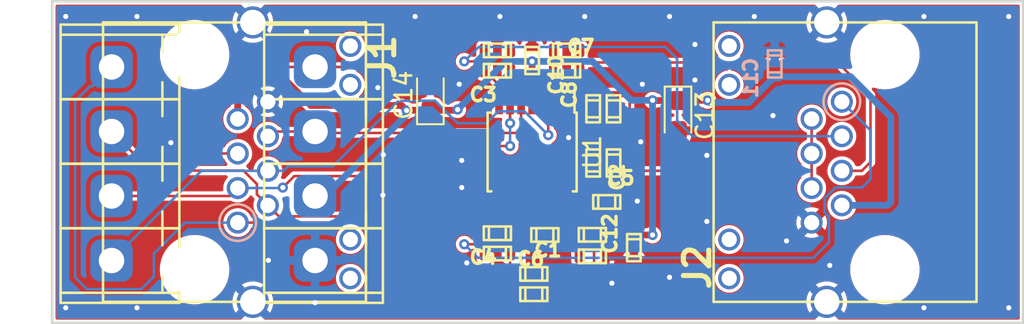
<source format=kicad_pcb>
(kicad_pcb (version 20211014) (generator pcbnew)
  (layers (0 "F.Cu" signal) (31 "B.Cu" signal) (34 "B.Paste" user) (35 "F.Paste" user) (36 "B.SilkS" user "B.Silkscreen") (37 "F.SilkS" user "F.Silkscreen") (38 "B.Mask" user) (39 "F.Mask" user) (44 "Edge.Cuts" user))
  (net 0 "")
  (net 1 "Net-(C1-Pad2)")
  (net 2 "Net-(C2-Pad2)")
  (net 3 "Net-(C3-Pad1)")
  (net 4 "Net-(C3-Pad2)")
  (net 5 "Net-(C4-Pad2)")
  (net 6 "Net-(C4-Pad1)")
  (net 7 "GND")
  (net 8 "+5V")
  (net 9 "Net-(C7-Pad2)")
  (net 10 "Net-(C7-Pad1)")
  (net 11 "Net-(C8-Pad2)")
  (net 12 "2.5V")
  (net 13 "Net-(C6-Pad2)")
  (net 14 "Net-(J1-Pad10)")
  (net 15 "Net-(J1-Pad9)")
  (net 16 "Net-(J1-Pad12)")
  (net 17 "Net-(J1-Pad11)")
  (net 18 "Net-(J2-Pad10)")
  (net 19 "Net-(J2-Pad9)")
  (net 20 "Net-(J2-Pad12)")
  (net 21 "Net-(J2-Pad11)")
  (footprint "stmbl-kicad-lib:C_0603" (layer "F.Cu") (at 146.9 77.05 90)
    (fp_text reference "C2" (at -0.834 1.416 90) (layer "F.SilkS") (effects (font (size 0.8 0.8) (thickness 0.2))))
    (fp_text value "27p")
    (fp_line (start -0.8 -0.4) (end -0.8 0.4) (layer "F.SilkS") (width 0.15))
    (fp_line (start -0.8 0.4) (end 0.8 0.4) (layer "F.SilkS") (width 0.15))
    (fp_line (start -0.5 -0.4) (end -0.5 0.4) (layer "F.SilkS") (width 0.15))
    (fp_line (start 0.8 -0.4) (end -0.8 -0.4) (layer "F.SilkS") (width 0.15))
    (fp_line (start 0.5 -0.4) (end 0.5 0.4) (layer "F.SilkS") (width 0.15))
    (fp_line (start 0.8 0.4) (end 0.8 -0.4) (layer "F.SilkS") (width 0.15))
    (pad "1" smd roundrect locked (at -0.75 0 90) (size 0.59 0.8) (layers "F.Cu" "F.Paste" "F.Mask") (net 12 "2.5V"))
    (pad "2" smd roundrect locked (at 0.75 0 90) (size 0.59 0.8) (layers "F.Cu" "F.Paste" "F.Mask") (net 2 "Net-(C2-Pad2)"))
  )
  (footprint "stmbl-kicad-lib:C_0603" (layer "F.Cu") (at 141.25 81.2)
    (fp_text reference "C4" (at -0.834 1.416) (layer "F.SilkS") (effects (font (size 0.8 0.8) (thickness 0.2))))
    (fp_text value "27p")
    (fp_line (start 0.8 0.4) (end 0.8 -0.4) (layer "F.SilkS") (width 0.15))
    (fp_line (start -0.5 -0.4) (end -0.5 0.4) (layer "F.SilkS") (width 0.15))
    (fp_line (start 0.5 -0.4) (end 0.5 0.4) (layer "F.SilkS") (width 0.15))
    (fp_line (start -0.8 0.4) (end 0.8 0.4) (layer "F.SilkS") (width 0.15))
    (fp_line (start -0.8 -0.4) (end -0.8 0.4) (layer "F.SilkS") (width 0.15))
    (fp_line (start 0.8 -0.4) (end -0.8 -0.4) (layer "F.SilkS") (width 0.15))
    (pad "1" smd roundrect locked (at -0.75 0) (size 0.59 0.8) (layers "F.Cu" "F.Paste" "F.Mask") (net 6 "Net-(C4-Pad1)"))
    (pad "2" smd roundrect locked (at 0.75 0) (size 0.59 0.8) (layers "F.Cu" "F.Paste" "F.Mask") (net 5 "Net-(C4-Pad2)"))
  )
  (footprint "stmbl-kicad-lib:C_0603" (layer "F.Cu") (at 144.05 81.3)
    (fp_text reference "C6" (at -0.834 1.416) (layer "F.SilkS") (effects (font (size 0.8 0.8) (thickness 0.2))))
    (fp_text value "100n")
    (fp_line (start -0.8 -0.4) (end -0.8 0.4) (layer "F.SilkS") (width 0.15))
    (fp_line (start -0.5 -0.4) (end -0.5 0.4) (layer "F.SilkS") (width 0.15))
    (fp_line (start 0.5 -0.4) (end 0.5 0.4) (layer "F.SilkS") (width 0.15))
    (fp_line (start -0.8 0.4) (end 0.8 0.4) (layer "F.SilkS") (width 0.15))
    (fp_line (start 0.8 0.4) (end 0.8 -0.4) (layer "F.SilkS") (width 0.15))
    (fp_line (start 0.8 -0.4) (end -0.8 -0.4) (layer "F.SilkS") (width 0.15))
    (pad "1" smd roundrect locked (at -0.75 0) (size 0.59 0.8) (layers "F.Cu" "F.Paste" "F.Mask") (net 7 "GND"))
    (pad "2" smd roundrect locked (at 0.75 0) (size 0.59 0.8) (layers "F.Cu" "F.Paste" "F.Mask") (net 13 "Net-(C6-Pad2)"))
  )
  (footprint "stmbl-kicad-lib:R_0603" (layer "F.Cu") (at 143.4 84.8 180)
    (fp_text reference "R1" hide)
    (fp_text value "100k")
    (fp_line (start 0.8 0.4) (end 0.8 -0.4) (layer "F.SilkS") (width 0.15))
    (fp_line (start 0.8 -0.4) (end -0.8 -0.4) (layer "F.SilkS") (width 0.15))
    (fp_line (start -0.8 0.4) (end 0.8 0.4) (layer "F.SilkS") (width 0.15))
    (fp_line (start -0.5 -0.4) (end -0.5 0.4) (layer "F.SilkS") (width 0.15))
    (fp_line (start -0.8 -0.4) (end -0.8 0.4) (layer "F.SilkS") (width 0.15))
    (fp_line (start 0.5 -0.4) (end 0.5 0.4) (layer "F.SilkS") (width 0.15))
    (pad "1" smd roundrect locked (at -0.75 0 180) (size 0.59 0.8) (layers "F.Cu" "F.Paste" "F.Mask") (net 12 "2.5V"))
    (pad "2" smd roundrect locked (at 0.75 0 180) (size 0.59 0.8) (layers "F.Cu" "F.Paste" "F.Mask") (net 1 "Net-(C1-Pad2)"))
  )
  (footprint "stmbl-kicad-lib:R_0603" (layer "F.Cu") (at 148.1 77.05 90)
    (fp_text reference "R2" hide)
    (fp_text value "100k")
    (fp_line (start -0.8 -0.4) (end -0.8 0.4) (layer "F.SilkS") (width 0.15))
    (fp_line (start 0.5 -0.4) (end 0.5 0.4) (layer "F.SilkS") (width 0.15))
    (fp_line (start 0.8 0.4) (end 0.8 -0.4) (layer "F.SilkS") (width 0.15))
    (fp_line (start -0.8 0.4) (end 0.8 0.4) (layer "F.SilkS") (width 0.15))
    (fp_line (start -0.5 -0.4) (end -0.5 0.4) (layer "F.SilkS") (width 0.15))
    (fp_line (start 0.8 -0.4) (end -0.8 -0.4) (layer "F.SilkS") (width 0.15))
    (pad "1" smd roundrect locked (at -0.75 0 90) (size 0.59 0.8) (layers "F.Cu" "F.Paste" "F.Mask") (net 12 "2.5V"))
    (pad "2" smd roundrect locked (at 0.75 0 90) (size 0.59 0.8) (layers "F.Cu" "F.Paste" "F.Mask") (net 2 "Net-(C2-Pad2)"))
  )
  (footprint "stmbl-kicad-lib:R_0603" (layer "F.Cu") (at 141.25 82.4)
    (fp_text reference "R3" hide)
    (fp_text value "100k")
    (fp_line (start -0.5 -0.4) (end -0.5 0.4) (layer "F.SilkS") (width 0.15))
    (fp_line (start 0.5 -0.4) (end 0.5 0.4) (layer "F.SilkS") (width 0.15))
    (fp_line (start 0.8 0.4) (end 0.8 -0.4) (layer "F.SilkS") (width 0.15))
    (fp_line (start -0.8 0.4) (end 0.8 0.4) (layer "F.SilkS") (width 0.15))
    (fp_line (start 0.8 -0.4) (end -0.8 -0.4) (layer "F.SilkS") (width 0.15))
    (fp_line (start -0.8 -0.4) (end -0.8 0.4) (layer "F.SilkS") (width 0.15))
    (pad "1" smd roundrect locked (at -0.75 0) (size 0.59 0.8) (layers "F.Cu" "F.Paste" "F.Mask") (net 6 "Net-(C4-Pad1)"))
    (pad "2" smd roundrect locked (at 0.75 0) (size 0.59 0.8) (layers "F.Cu" "F.Paste" "F.Mask") (net 5 "Net-(C4-Pad2)"))
  )
  (footprint "stmbl-kicad-lib:R_0603" (layer "F.Cu") (at 146.85 81.292)
    (fp_text reference "R7" hide)
    (fp_text value "120")
    (fp_line (start 0.8 0.4) (end 0.8 -0.4) (layer "F.SilkS") (width 0.15))
    (fp_line (start 0.5 -0.4) (end 0.5 0.4) (layer "F.SilkS") (width 0.15))
    (fp_line (start 0.8 -0.4) (end -0.8 -0.4) (layer "F.SilkS") (width 0.15))
    (fp_line (start -0.5 -0.4) (end -0.5 0.4) (layer "F.SilkS") (width 0.15))
    (fp_line (start -0.8 0.4) (end 0.8 0.4) (layer "F.SilkS") (width 0.15))
    (fp_line (start -0.8 -0.4) (end -0.8 0.4) (layer "F.SilkS") (width 0.15))
    (pad "1" smd roundrect locked (at -0.75 0) (size 0.59 0.8) (layers "F.Cu" "F.Paste" "F.Mask") (net 13 "Net-(C6-Pad2)"))
    (pad "2" smd roundrect locked (at 0.75 0) (size 0.59 0.8) (layers "F.Cu" "F.Paste" "F.Mask") (net 8 "+5V"))
  )
  (footprint "stmbl-kicad-lib:R_0603" (layer "F.Cu") (at 146.85 82.562 180)
    (fp_text reference "R8" hide)
    (fp_text value "120")
    (fp_line (start 0.8 -0.4) (end -0.8 -0.4) (layer "F.SilkS") (width 0.15))
    (fp_line (start -0.5 -0.4) (end -0.5 0.4) (layer "F.SilkS") (width 0.15))
    (fp_line (start -0.8 -0.4) (end -0.8 0.4) (layer "F.SilkS") (width 0.15))
    (fp_line (start 0.8 0.4) (end 0.8 -0.4) (layer "F.SilkS") (width 0.15))
    (fp_line (start 0.5 -0.4) (end 0.5 0.4) (layer "F.SilkS") (width 0.15))
    (fp_line (start -0.8 0.4) (end 0.8 0.4) (layer "F.SilkS") (width 0.15))
    (pad "1" smd roundrect locked (at -0.75 0 180) (size 0.59 0.8) (layers "F.Cu" "F.Paste" "F.Mask") (net 7 "GND"))
    (pad "2" smd roundrect locked (at 0.75 0 180) (size 0.59 0.8) (layers "F.Cu" "F.Paste" "F.Mask") (net 13 "Net-(C6-Pad2)"))
  )
  (footprint "stmbl:RM3.81_1x4_UP" (layer "F.Cu") (at 118.5 71.38 -90)
    (fp_text reference "J3" hide)
    (fp_text value "CONN_01X04" hide)
    (fp_line (start 13.93 -4) (end -2.5 -4) (layer "F.SilkS") (width 0.15))
    (fp_line (start -2.5 3) (end 13.93 3) (layer "F.SilkS") (width 0.15))
    (fp_line (start 5.715 3) (end 5.715 -4) (layer "F.SilkS") (width 0.15))
    (fp_line (start 9.525 -3) (end 10.525 -3) (layer "F.SilkS") (width 0.15))
    (fp_line (start 1.905 3) (end 1.905 -4) (layer "F.SilkS") (width 0.15))
    (fp_line (start 9.525 3) (end 9.525 -4) (layer "F.SilkS") (width 0.15))
    (fp_line (start 1.905 -3) (end 0.905 -3) (layer "F.SilkS") (width 0.15))
    (fp_line (start 9.525 3) (end 9.525 -4) (layer "F.SilkS") (width 0.15))
    (fp_line (start 5.715 -3) (end 6.715 -3) (layer "F.SilkS") (width 0.15))
    (fp_line (start 1.905 -3) (end 2.905 -3) (layer "F.SilkS") (width 0.15))
    (fp_line (start 9.525 -3) (end 8.525 -3) (layer "F.SilkS") (width 0.15))
    (fp_line (start 13.335 -3) (end 12.335 -3) (layer "F.SilkS") (width 0.15))
    (fp_line (start -2.5 -4) (end -2.5 3) (layer "F.SilkS") (width 0.15))
    (fp_line (start 5.715 -3) (end 4.715 -3) (layer "F.SilkS") (width 0.15))
    (fp_line (start 13.93 3) (end 13.93 -4) (layer "F.SilkS") (width 0.15))
    (fp_line (start 13.335 3) (end 13.335 -4) (layer "F.SilkS") (width 0.15))
    (fp_line (start 1.905 3) (end 1.905 -4) (layer "F.SilkS") (width 0.15))
    (fp_line (start -1.905 3) (end -1.905 -4) (layer "F.SilkS") (width 0.15))
    (fp_line (start -1.905 -3) (end -0.905 -3) (layer "F.SilkS") (width 0.15))
    (fp_line (start 5.715 3) (end 5.715 -4) (layer "F.SilkS") (width 0.15))
    (pad "1" thru_hole circle locked (at 0 0 270) (size 1.8 1.8) (drill 1.5) (layers *.Cu *.Mask) (net 5 "Net-(C4-Pad2)"))
    (pad "1" smd roundrect locked (at 0 0 270) (size 2.5 2.5) (layers "B.Cu" "B.Mask") (net 5 "Net-(C4-Pad2)"))
    (pad "2" thru_hole circle locked (at 3.81 0 270) (size 1.8 1.8) (drill 1.5) (layers *.Cu *.Mask) (net 1 "Net-(C1-Pad2)"))
    (pad "2" smd roundrect locked (at 3.81 0 270) (size 2.5 2.5) (layers "B.Cu" "B.Mask") (net 1 "Net-(C1-Pad2)"))
    (pad "3" thru_hole circle locked (at 7.62 0 270) (size 1.8 1.8) (drill 1.5) (layers *.Cu *.Mask) (net 4 "Net-(C3-Pad2)"))
    (pad "3" smd roundrect locked (at 7.62 0 270) (size 2.5 2.5) (layers "B.Cu" "B.Mask") (net 4 "Net-(C3-Pad2)"))
    (pad "4" thru_hole circle locked (at 11.43 0 270) (size 1.8 1.8) (drill 1.5) (layers *.Cu *.Mask) (net 11 "Net-(C8-Pad2)"))
    (pad "4" smd roundrect locked (at 11.43 0 270) (size 2.5 2.5) (layers "B.Cu" "B.Mask") (net 11 "Net-(C8-Pad2)"))
  )
  (footprint "stmbl-kicad-lib:R_0603" (layer "F.Cu") (at 148.1 73.85 -90)
    (fp_text reference "R9" hide)
    (fp_text value "100k")
    (fp_line (start -0.8 -0.4) (end -0.8 0.4) (layer "F.SilkS") (width 0.15))
    (fp_line (start 0.5 -0.4) (end 0.5 0.4) (layer "F.SilkS") (width 0.15))
    (fp_line (start 0.8 -0.4) (end -0.8 -0.4) (layer "F.SilkS") (width 0.15))
    (fp_line (start -0.5 -0.4) (end -0.5 0.4) (layer "F.SilkS") (width 0.15))
    (fp_line (start 0.8 0.4) (end 0.8 -0.4) (layer "F.SilkS") (width 0.15))
    (fp_line (start -0.8 0.4) (end 0.8 0.4) (layer "F.SilkS") (width 0.15))
    (pad "1" smd roundrect locked (at -0.75 0 270) (size 0.59 0.8) (layers "F.Cu" "F.Paste" "F.Mask") (net 12 "2.5V"))
    (pad "2" smd roundrect locked (at 0.75 0 270) (size 0.59 0.8) (layers "F.Cu" "F.Paste" "F.Mask") (net 11 "Net-(C8-Pad2)"))
  )
  (footprint "stmbl-kicad-lib:R_0603" (layer "F.Cu") (at 145.3365 70.4 180)
    (fp_text reference "R10" hide)
    (fp_text value "100k")
    (fp_line (start -0.8 0.4) (end 0.8 0.4) (layer "F.SilkS") (width 0.15))
    (fp_line (start -0.5 -0.4) (end -0.5 0.4) (layer "F.SilkS") (width 0.15))
    (fp_line (start 0.5 -0.4) (end 0.5 0.4) (layer "F.SilkS") (width 0.15))
    (fp_line (start 0.8 0.4) (end 0.8 -0.4) (layer "F.SilkS") (width 0.15))
    (fp_line (start 0.8 -0.4) (end -0.8 -0.4) (layer "F.SilkS") (width 0.15))
    (fp_line (start -0.8 -0.4) (end -0.8 0.4) (layer "F.SilkS") (width 0.15))
    (pad "1" smd roundrect locked (at -0.75 0 180) (size 0.59 0.8) (layers "F.Cu" "F.Paste" "F.Mask") (net 10 "Net-(C7-Pad1)"))
    (pad "2" smd roundrect locked (at 0.75 0 180) (size 0.59 0.8) (layers "F.Cu" "F.Paste" "F.Mask") (net 9 "Net-(C7-Pad2)"))
  )
  (footprint "stmbl-kicad-lib:C_0603" (layer "F.Cu") (at 146.9 73.85 -90)
    (fp_text reference "C8" (at -0.834 1.416 -90) (layer "F.SilkS") (effects (font (size 0.8 0.8) (thickness 0.2))))
    (fp_text value "27p")
    (fp_line (start -0.5 -0.4) (end -0.5 0.4) (layer "F.SilkS") (width 0.15))
    (fp_line (start -0.8 0.4) (end 0.8 0.4) (layer "F.SilkS") (width 0.15))
    (fp_line (start 0.8 -0.4) (end -0.8 -0.4) (layer "F.SilkS") (width 0.15))
    (fp_line (start -0.8 -0.4) (end -0.8 0.4) (layer "F.SilkS") (width 0.15))
    (fp_line (start 0.8 0.4) (end 0.8 -0.4) (layer "F.SilkS") (width 0.15))
    (fp_line (start 0.5 -0.4) (end 0.5 0.4) (layer "F.SilkS") (width 0.15))
    (pad "1" smd roundrect locked (at -0.75 0 270) (size 0.59 0.8) (layers "F.Cu" "F.Paste" "F.Mask") (net 12 "2.5V"))
    (pad "2" smd roundrect locked (at 0.75 0 270) (size 0.59 0.8) (layers "F.Cu" "F.Paste" "F.Mask") (net 11 "Net-(C8-Pad2)"))
  )
  (footprint "stmbl-kicad-lib:C_0603" (layer "F.Cu") (at 143.3 71 90)
    (fp_text reference "C10" (at -0.834 1.416 90) (layer "F.SilkS") (effects (font (size 0.8 0.8) (thickness 0.2))))
    (fp_text value "C")
    (fp_line (start -0.5 -0.4) (end -0.5 0.4) (layer "F.SilkS") (width 0.15))
    (fp_line (start -0.8 0.4) (end 0.8 0.4) (layer "F.SilkS") (width 0.15))
    (fp_line (start 0.5 -0.4) (end 0.5 0.4) (layer "F.SilkS") (width 0.15))
    (fp_line (start 0.8 -0.4) (end -0.8 -0.4) (layer "F.SilkS") (width 0.15))
    (fp_line (start -0.8 -0.4) (end -0.8 0.4) (layer "F.SilkS") (width 0.15))
    (fp_line (start 0.8 0.4) (end 0.8 -0.4) (layer "F.SilkS") (width 0.15))
    (pad "1" smd roundrect locked (at -0.75 0 90) (size 0.59 0.8) (layers "F.Cu" "F.Paste" "F.Mask") (net 8 "+5V"))
    (pad "2" smd roundrect locked (at 0.75 0 90) (size 0.59 0.8) (layers "F.Cu" "F.Paste" "F.Mask") (net 7 "GND"))
  )
  (footprint "stmbl-kicad-lib:C_0603" (layer "F.Cu") (at 149.3 82.05 -90)
    (fp_text reference "C12" (at -0.834 1.416 -90) (layer "F.SilkS") (effects (font (size 0.8 0.8) (thickness 0.2))))
    (fp_text value "C")
    (fp_line (start 0.5 -0.4) (end 0.5 0.4) (layer "F.SilkS") (width 0.15))
    (fp_line (start -0.8 0.4) (end 0.8 0.4) (layer "F.SilkS") (width 0.15))
    (fp_line (start 0.8 0.4) (end 0.8 -0.4) (layer "F.SilkS") (width 0.15))
    (fp_line (start 0.8 -0.4) (end -0.8 -0.4) (layer "F.SilkS") (width 0.15))
    (fp_line (start -0.5 -0.4) (end -0.5 0.4) (layer "F.SilkS") (width 0.15))
    (fp_line (start -0.8 -0.4) (end -0.8 0.4) (layer "F.SilkS") (width 0.15))
    (pad "1" smd roundrect locked (at -0.75 0 270) (size 0.59 0.8) (layers "F.Cu" "F.Paste" "F.Mask") (net 8 "+5V"))
    (pad "2" smd roundrect locked (at 0.75 0 270) (size 0.59 0.8) (layers "F.Cu" "F.Paste" "F.Mask") (net 7 "GND"))
  )
  (footprint "Capacitor_Tantalum_SMD:CP_EIA-2012-15_AVX-P" (layer "F.Cu") (at 151.9 74.25 -90)
    (fp_text reference "C13" (at 0 -1.58 -90) (layer "F.SilkS"))
    (fp_text value "CP")
    (fp_line (start 1 -0.785) (end -1.71 -0.785) (layer "F.SilkS") (width 0.12))
    (fp_line (start -1.71 -0.785) (end -1.71 0.785) (layer "F.SilkS") (width 0.12))
    (fp_line (start -1.71 0.785) (end 1 0.785) (layer "F.SilkS") (width 0.12))
    (pad "1" smd roundrect locked (at -0.8875 0 270) (size 1.125 1.05) (layers "F.Cu" "F.Paste" "F.Mask") (roundrect_rratio 0.238095) (net 8 "+5V"))
    (pad "2" smd roundrect locked (at 0.8875 0 270) (size 1.125 1.05) (layers "F.Cu" "F.Paste" "F.Mask") (roundrect_rratio 0.238095) (net 7 "GND"))
  )
  (footprint "Capacitor_Tantalum_SMD:CP_EIA-2012-15_AVX-P" (layer "F.Cu") (at 137.3 73.05 90)
    (fp_text reference "C14" (at 0 -1.58 90) (layer "F.SilkS"))
    (fp_text value "CP")
    (fp_line (start -1.71 0.785) (end 1 0.785) (layer "F.SilkS") (width 0.12))
    (fp_line (start 1 -0.785) (end -1.71 -0.785) (layer "F.SilkS") (width 0.12))
    (fp_line (start -1.71 -0.785) (end -1.71 0.785) (layer "F.SilkS") (width 0.12))
    (pad "1" smd roundrect locked (at -0.8875 0 90) (size 1.125 1.05) (layers "F.Cu" "F.Paste" "F.Mask") (roundrect_rratio 0.238095) (net 8 "+5V"))
    (pad "2" smd roundrect locked (at 0.8875 0 90) (size 1.125 1.05) (layers "F.Cu" "F.Paste" "F.Mask") (roundrect_rratio 0.238095) (net 7 "GND"))
  )
  (footprint "stmbl-kicad-lib:C_0603" (layer "F.Cu") (at 147.7 79.35 180)
    (fp_text reference "C5" (at -0.834 1.416 180) (layer "F.SilkS") (effects (font (size 0.8 0.8) (thickness 0.2))))
    (fp_text value "100n")
    (fp_line (start 0.8 -0.4) (end -0.8 -0.4) (layer "F.SilkS") (width 0.15))
    (fp_line (start 0.5 -0.4) (end 0.5 0.4) (layer "F.SilkS") (width 0.15))
    (fp_line (start 0.8 0.4) (end 0.8 -0.4) (layer "F.SilkS") (width 0.15))
    (fp_line (start -0.8 0.4) (end 0.8 0.4) (layer "F.SilkS") (width 0.15))
    (fp_line (start -0.8 -0.4) (end -0.8 0.4) (layer "F.SilkS") (width 0.15))
    (fp_line (start -0.5 -0.4) (end -0.5 0.4) (layer "F.SilkS") (width 0.15))
    (pad "1" smd roundrect locked (at -0.75 0 180) (size 0.59 0.8) (layers "F.Cu" "F.Paste" "F.Mask") (net 7 "GND"))
    (pad "2" smd roundrect locked (at 0.75 0 180) (size 0.59 0.8) (layers "F.Cu" "F.Paste" "F.Mask") (net 12 "2.5V"))
  )
  (footprint "stmbl-kicad-lib:C_0603" (layer "F.Cu") (at 141.25 71.6)
    (fp_text reference "C3" (at -0.834 1.416) (layer "F.SilkS") (effects (font (size 0.8 0.8) (thickness 0.2))))
    (fp_text value "27p")
    (fp_line (start -0.5 -0.4) (end -0.5 0.4) (layer "F.SilkS") (width 0.15))
    (fp_line (start -0.8 -0.4) (end -0.8 0.4) (layer "F.SilkS") (width 0.15))
    (fp_line (start 0.5 -0.4) (end 0.5 0.4) (layer "F.SilkS") (width 0.15))
    (fp_line (start 0.8 -0.4) (end -0.8 -0.4) (layer "F.SilkS") (width 0.15))
    (fp_line (start -0.8 0.4) (end 0.8 0.4) (layer "F.SilkS") (width 0.15))
    (fp_line (start 0.8 0.4) (end 0.8 -0.4) (layer "F.SilkS") (width 0.15))
    (pad "1" smd roundrect locked (at -0.75 0) (size 0.59 0.8) (layers "F.Cu" "F.Paste" "F.Mask") (net 3 "Net-(C3-Pad1)"))
    (pad "2" smd roundrect locked (at 0.75 0) (size 0.59 0.8) (layers "F.Cu" "F.Paste" "F.Mask") (net 4 "Net-(C3-Pad2)"))
  )
  (footprint "stmbl-kicad-lib:R_0603" (layer "F.Cu") (at 141.25 70.4)
    (fp_text reference "R4" hide)
    (fp_text value "100k")
    (fp_line (start 0.8 -0.4) (end -0.8 -0.4) (layer "F.SilkS") (width 0.15))
    (fp_line (start -0.8 0.4) (end 0.8 0.4) (layer "F.SilkS") (width 0.15))
    (fp_line (start -0.8 -0.4) (end -0.8 0.4) (layer "F.SilkS") (width 0.15))
    (fp_line (start 0.5 -0.4) (end 0.5 0.4) (layer "F.SilkS") (width 0.15))
    (fp_line (start 0.8 0.4) (end 0.8 -0.4) (layer "F.SilkS") (width 0.15))
    (fp_line (start -0.5 -0.4) (end -0.5 0.4) (layer "F.SilkS") (width 0.15))
    (pad "1" smd roundrect locked (at -0.75 0) (size 0.59 0.8) (layers "F.Cu" "F.Paste" "F.Mask") (net 3 "Net-(C3-Pad1)"))
    (pad "2" smd roundrect locked (at 0.75 0) (size 0.59 0.8) (layers "F.Cu" "F.Paste" "F.Mask") (net 4 "Net-(C3-Pad2)"))
  )
  (footprint "stmbl-kicad-lib:C_0603" (layer "F.Cu") (at 145.3365 71.6 180)
    (fp_text reference "C7" (at -0.834 1.416 180) (layer "F.SilkS") (effects (font (size 0.8 0.8) (thickness 0.2))))
    (fp_text value "27p")
    (fp_line (start -0.5 -0.4) (end -0.5 0.4) (layer "F.SilkS") (width 0.15))
    (fp_line (start -0.8 0.4) (end 0.8 0.4) (layer "F.SilkS") (width 0.15))
    (fp_line (start -0.8 -0.4) (end -0.8 0.4) (layer "F.SilkS") (width 0.15))
    (fp_line (start 0.5 -0.4) (end 0.5 0.4) (layer "F.SilkS") (width 0.15))
    (fp_line (start 0.8 0.4) (end 0.8 -0.4) (layer "F.SilkS") (width 0.15))
    (fp_line (start 0.8 -0.4) (end -0.8 -0.4) (layer "F.SilkS") (width 0.15))
    (pad "1" smd roundrect locked (at -0.75 0 180) (size 0.59 0.8) (layers "F.Cu" "F.Paste" "F.Mask") (net 10 "Net-(C7-Pad1)"))
    (pad "2" smd roundrect locked (at 0.75 0 180) (size 0.59 0.8) (layers "F.Cu" "F.Paste" "F.Mask") (net 9 "Net-(C7-Pad2)"))
  )
  (footprint "stmbl:RJ45_LED" (layer "F.Cu") (at 118 77 90)
    (fp_text reference "J1" (at 6.194 16.462 90) (layer "F.SilkS") (effects (font (size 1.5 1.5) (thickness 0.3))))
    (fp_text value "RJ45_LED")
    (fp_circle (center -3.57 7.94) (end -3.556 6.858) (layer "B.SilkS") (width 0.15) (fill none))
    (fp_line (start 8.25 15.5) (end 8.25 0) (layer "F.SilkS") (width 0.15))
    (fp_line (start 8.25 0) (end -8.25 0) (layer "F.SilkS") (width 0.15))
    (fp_line (start -8.25 0) (end -8.25 15.5) (layer "F.SilkS") (width 0.15))
    (fp_line (start -8.25 15.5) (end 8.25 15.5) (layer "F.SilkS") (width 0.15))
    (pad "" np_thru_hole circle locked (at 6.35 5.4 90) (size 3.1 3.1) (drill 3.1) (layers *.Cu *.Mask) (clearance 0.5))
    (pad "" np_thru_hole circle locked (at -6.35 5.4 90) (size 3.1 3.1) (drill 3.1) (layers *.Cu *.Mask) (clearance 0.5))
    (pad "1" thru_hole circle locked (at -3.57 7.94 90) (size 1.3 1.3) (drill 0.9) (layers *.Cu *.Mask) (net 5 "Net-(C4-Pad2)"))
    (pad "2" thru_hole circle locked (at -2.55 9.72 90) (size 1.3 1.3) (drill 0.9) (layers *.Cu *.Mask) (net 1 "Net-(C1-Pad2)"))
    (pad "3" thru_hole circle locked (at -1.53 7.94 90) (size 1.3 1.3) (drill 0.9) (layers *.Cu *.Mask) (net 4 "Net-(C3-Pad2)"))
    (pad "4" thru_hole circle locked (at -0.51 9.72 90) (size 1.3 1.3) (drill 0.9) (layers *.Cu *.Mask) (net 11 "Net-(C8-Pad2)"))
    (pad "5" thru_hole circle locked (at 0.51 7.94 90) (size 1.3 1.3) (drill 0.9) (layers *.Cu *.Mask) (net 9 "Net-(C7-Pad2)"))
    (pad "6" thru_hole circle locked (at 1.53 9.72 90) (size 1.3 1.3) (drill 0.9) (layers *.Cu *.Mask) (net 2 "Net-(C2-Pad2)"))
    (pad "7" thru_hole circle locked (at 2.55 7.94 90) (size 1.3 1.3) (drill 0.9) (layers *.Cu *.Mask) (net 8 "+5V"))
    (pad "8" thru_hole circle locked (at 3.57 9.72 90) (size 1.3 1.3) (drill 0.9) (layers *.Cu *.Mask) (net 7 "GND"))
    (pad "9" thru_hole circle locked (at 4.57 14.58 90) (size 1.3 1.3) (drill 0.9) (layers *.Cu *.Mask) (net 15 "Net-(J1-Pad9)"))
    (pad "10" thru_hole circle locked (at 6.86 14.58 90) (size 1.3 1.3) (drill 0.9) (layers *.Cu *.Mask) (net 14 "Net-(J1-Pad10)"))
    (pad "11" thru_hole circle locked (at -6.86 14.58 90) (size 1.3 1.3) (drill 0.9) (layers *.Cu *.Mask) (net 17 "Net-(J1-Pad11)"))
    (pad "12" thru_hole circle locked (at -4.57 14.58 90) (size 1.3 1.3) (drill 0.9) (layers *.Cu *.Mask) (net 16 "Net-(J1-Pad12)"))
    (pad "13" thru_hole circle locked (at -8.25 8.83 90) (size 1.9 1.9) (drill 1.5) (layers *.Cu *.Mask) (net 7 "GND"))
    (pad "13" thru_hole circle locked (at 8.25 8.83 90) (size 1.9 1.9) (drill 1.5) (layers *.Cu *.Mask) (net 7 "GND"))
  )
  (footprint "stmbl:RJ45_LED" (layer "F.Cu") (at 169.5 77 -90)
    (fp_text reference "J2" (at 6.194 16.462 -90) (layer "F.SilkS") (effects (font (size 1.5 1.5) (thickness 0.3))))
    (fp_text value "RJ45_LED")
    (fp_circle (center -3.57 7.94) (end -3.556 6.858) (layer "B.SilkS") (width 0.15) (fill none))
    (fp_line (start 8.25 15.5) (end 8.25 0) (layer "F.SilkS") (width 0.15))
    (fp_line (start -8.25 0) (end -8.25 15.5) (layer "F.SilkS") (width 0.15))
    (fp_line (start -8.25 15.5) (end 8.25 15.5) (layer "F.SilkS") (width 0.15))
    (fp_line (start 8.25 0) (end -8.25 0) (layer "F.SilkS") (width 0.15))
    (pad "" np_thru_hole circle locked (at 6.35 5.4 270) (size 3.1 3.1) (drill 3.1) (layers *.Cu *.Mask) (clearance 0.5))
    (pad "" np_thru_hole circle locked (at -6.35 5.4 270) (size 3.1 3.1) (drill 3.1) (layers *.Cu *.Mask) (clearance 0.5))
    (pad "1" thru_hole circle locked (at -3.57 7.94 270) (size 1.3 1.3) (drill 0.9) (layers *.Cu *.Mask) (net 6 "Net-(C4-Pad1)"))
    (pad "2" thru_hole circle locked (at -2.55 9.72 270) (size 1.3 1.3) (drill 0.9) (layers *.Cu *.Mask) (net 12 "2.5V"))
    (pad "3" thru_hole circle locked (at -1.53 7.94 270) (size 1.3 1.3) (drill 0.9) (layers *.Cu *.Mask) (net 3 "Net-(C3-Pad1)"))
    (pad "4" thru_hole circle locked (at -0.51 9.72 270) (size 1.3 1.3) (drill 0.9) (layers *.Cu *.Mask) (net 12 "2.5V"))
    (pad "5" thru_hole circle locked (at 0.51 7.94 270) (size 1.3 1.3) (drill 0.9) (layers *.Cu *.Mask) (net 10 "Net-(C7-Pad1)"))
    (pad "6" thru_hole circle locked (at 1.53 9.72 270) (size 1.3 1.3) (drill 0.9) (layers *.Cu *.Mask) (net 12 "2.5V"))
    (pad "7" thru_hole circle locked (at 2.55 7.94 270) (size 1.3 1.3) (drill 0.9) (layers *.Cu *.Mask) (net 8 "+5V"))
    (pad "8" thru_hole circle locked (at 3.57 9.72 270) (size 1.3 1.3) (drill 0.9) (layers *.Cu *.Mask) (net 7 "GND"))
    (pad "9" thru_hole circle locked (at 4.57 14.58 270) (size 1.3 1.3) (drill 0.9) (layers *.Cu *.Mask) (net 19 "Net-(J2-Pad9)"))
    (pad "10" thru_hole circle locked (at 6.86 14.58 270) (size 1.3 1.3) (drill 0.9) (layers *.Cu *.Mask) (net 18 "Net-(J2-Pad10)"))
    (pad "11" thru_hole circle locked (at -6.86 14.58 270) (size 1.3 1.3) (drill 0.9) (layers *.Cu *.Mask) (net 21 "Net-(J2-Pad11)"))
    (pad "12" thru_hole circle locked (at -4.57 14.58 270) (size 1.3 1.3) (drill 0.9) (layers *.Cu *.Mask) (net 20 "Net-(J2-Pad12)"))
    (pad "13" thru_hole circle locked (at -8.25 8.83 270) (size 1.9 1.9) (drill 1.5) (layers *.Cu *.Mask) (net 7 "GND"))
    (pad "13" thru_hole circle locked (at 8.25 8.83 270) (size 1.9 1.9) (drill 1.5) (layers *.Cu *.Mask) (net 7 "GND"))
  )
  (footprint "stmbl:RM3.81_1x4_UP" (layer "F.Cu") (at 130.5 71.38 -90)
    (fp_text reference "J4" hide)
    (fp_text value "CONN_01X04" hide)
    (fp_line (start 9.525 3) (end 9.525 -4) (layer "F.SilkS") (width 0.15))
    (fp_line (start 1.905 3) (end 1.905 -4) (layer "F.SilkS") (width 0.15))
    (fp_line (start -1.905 -3) (end -0.905 -3) (layer "F.SilkS") (width 0.15))
    (fp_line (start -2.5 3) (end 13.93 3) (layer "F.SilkS") (width 0.15))
    (fp_line (start 5.715 -3) (end 4.715 -3) (layer "F.SilkS") (width 0.15))
    (fp_line (start 13.93 3) (end 13.93 -4) (layer "F.SilkS") (width 0.15))
    (fp_line (start 13.335 -3) (end 12.335 -3) (layer "F.SilkS") (width 0.15))
    (fp_line (start 1.905 3) (end 1.905 -4) (layer "F.SilkS") (width 0.15))
    (fp_line (start 1.905 -3) (end 2.905 -3) (layer "F.SilkS") (width 0.15))
    (fp_line (start 5.715 3) (end 5.715 -4) (layer "F.SilkS") (width 0.15))
    (fp_line (start 13.93 -4) (end -2.5 -4) (layer "F.SilkS") (width 0.15))
    (fp_line (start 9.525 -3) (end 10.525 -3) (layer "F.SilkS") (width 0.15))
    (fp_line (start -1.905 3) (end -1.905 -4) (layer "F.SilkS") (width 0.15))
    (fp_line (start 13.335 3) (end 13.335 -4) (layer "F.SilkS") (width 0.15))
    (fp_line (start 1.905 -3) (end 0.905 -3) (layer "F.SilkS") (width 0.15))
    (fp_line (start 9.525 -3) (end 8.525 -3) (layer "F.SilkS") (width 0.15))
    (fp_line (start 9.525 3) (end 9.525 -4) (layer "F.SilkS") (width 0.15))
    (fp_line (start 5.715 3) (end 5.715 -4) (layer "F.SilkS") (width 0.15))
    (fp_line (start 5.715 -3) (end 6.715 -3) (layer "F.SilkS") (width 0.15))
    (fp_line (start -2.5 -4) (end -2.5 3) (layer "F.SilkS") (width 0.15))
    (pad "1" thru_hole circle locked (at 0 0 270) (size 1.8 1.8) (drill 1.5) (layers *.Cu *.Mask) (net 9 "Net-(C7-Pad2)"))
    (pad "1" smd roundrect locked (at 0 0 270) (size 2.5 2.5) (layers "B.Cu" "B.Mask") (net 9 "Net-(C7-Pad2)"))
    (pad "2" thru_hole circle locked (at 3.81 0 270) (size 1.8 1.8) (drill 1.5) (layers *.Cu *.Mask) (net 2 "Net-(C2-Pad2)"))
    (pad "2" smd roundrect locked (at 3.81 0 270) (size 2.5 2.5) (layers "B.Cu" "B.Mask") (net 2 "Net-(C2-Pad2)"))
    (pad "3" thru_hole circle locked (at 7.62 0 270) (size 1.8 1.8) (drill 1.5) (layers *.Cu *.Mask) (net 8 "+5V"))
    (pad "3" smd roundrect locked (at 7.62 0 270) (size 2.5 2.5) (layers "B.Cu" "B.Mask") (net 8 "+5V"))
    (pad "4" thru_hole circle locked (at 11.43 0 270) (size 1.8 1.8) (drill 1.5) (layers *.Cu *.Mask) (net 7 "GND"))
    (pad "4" smd roundrect locked (at 11.43 0 270) (size 2.5 2.5) (layers "B.Cu" "B.Mask") (net 7 "GND"))
  )
  (footprint "Housings_SSOP:TSSOP-14_4.4x5mm_Pitch0.65mm" (layer "F.Cu") (at 143.3 76.4 -90)
    (fp_text reference "U1" (at 0 -3.55 -90) (layer "F.SilkS"))
    (fp_text value "OPA4376")
    (fp_line (start 2.325 -2.625) (end 2.325 -2.4) (layer "F.SilkS") (width 0.15))
    (fp_line (start -2.325 2.625) (end 2.325 2.625) (layer "F.SilkS") (width 0.15))
    (fp_line (start -2.325 -2.625) (end -2.325 -2.5) (layer "F.SilkS") (width 0.15))
    (fp_line (start -2.325 -2.625) (end 2.325 -2.625) (layer "F.SilkS") (width 0.15))
    (fp_line (start 2.325 2.625) (end 2.325 2.4) (layer "F.SilkS") (width 0.15))
    (fp_line (start -2.325 2.625) (end -2.325 2.4) (layer "F.SilkS") (width 0.15))
    (fp_line (start -2.325 -2.5) (end -3.675 -2.5) (layer "F.SilkS") (width 0.15))
    (pad "1" smd rect locked (at -2.95 -1.95 270) (size 1.45 0.45) (layers "F.Cu" "F.Paste" "F.Mask") (net 10 "Net-(C7-Pad1)"))
    (pad "2" smd rect locked (at -2.95 -1.3 270) (size 1.45 0.45) (layers "F.Cu" "F.Paste" "F.Mask") (net 9 "Net-(C7-Pad2)"))
    (pad "3" smd rect locked (at -2.95 -0.65 270) (size 1.45 0.45) (layers "F.Cu" "F.Paste" "F.Mask") (net 11 "Net-(C8-Pad2)"))
    (pad "4" smd rect locked (at -2.95 0 270) (size 1.45 0.45) (layers "F.Cu" "F.Paste" "F.Mask") (net 8 "+5V"))
    (pad "5" smd rect locked (at -2.95 0.65 270) (size 1.45 0.45) (layers "F.Cu" "F.Paste" "F.Mask") (net 2 "Net-(C2-Pad2)"))
    (pad "6" smd rect locked (at -2.95 1.3 270) (size 1.45 0.45) (layers "F.Cu" "F.Paste" "F.Mask") (net 4 "Net-(C3-Pad2)"))
    (pad "7" smd rect locked (at -2.95 1.95 270) (size 1.45 0.45) (layers "F.Cu" "F.Paste" "F.Mask") (net 3 "Net-(C3-Pad1)"))
    (pad "8" smd rect locked (at 2.95 1.95 270) (size 1.45 0.45) (layers "F.Cu" "F.Paste" "F.Mask") (net 6 "Net-(C4-Pad1)"))
    (pad "9" smd rect locked (at 2.95 1.3 270) (size 1.45 0.45) (layers "F.Cu" "F.Paste" "F.Mask") (net 5 "Net-(C4-Pad2)"))
    (pad "10" smd rect locked (at 2.95 0.65 270) (size 1.45 0.45) (layers "F.Cu" "F.Paste" "F.Mask") (net 1 "Net-(C1-Pad2)"))
    (pad "11" smd rect locked (at 2.95 0 270) (size 1.45 0.45) (layers "F.Cu" "F.Paste" "F.Mask") (net 7 "GND"))
    (pad "12" smd rect locked (at 2.95 -0.65 270) (size 1.45 0.45) (layers "F.Cu" "F.Paste" "F.Mask") (net 13 "Net-(C6-Pad2)"))
    (pad "13" smd rect locked (at 2.95 -1.3 270) (size 1.45 0.45) (layers "F.Cu" "F.Paste" "F.Mask") (net 12 "2.5V"))
    (pad "14" smd rect locked (at 2.95 -1.95 270) (size 1.45 0.45) (layers "F.Cu" "F.Paste" "F.Mask") (net 12 "2.5V"))
  )
  (footprint "stmbl-kicad-lib:C_0603" (layer "F.Cu") (at 143.4 83.6 180)
    (fp_text reference "C1" (at -0.834 1.416 180) (layer "F.SilkS") (effects (font (size 0.8 0.8) (thickness 0.2))))
    (fp_text value "27p")
    (fp_line (start -0.8 0.4) (end 0.8 0.4) (layer "F.SilkS") (width 0.15))
    (fp_line (start 0.8 -0.4) (end -0.8 -0.4) (layer "F.SilkS") (width 0.15))
    (fp_line (start 0.5 -0.4) (end 0.5 0.4) (layer "F.SilkS") (width 0.15))
    (fp_line (start 0.8 0.4) (end 0.8 -0.4) (layer "F.SilkS") (width 0.15))
    (fp_line (start -0.5 -0.4) (end -0.5 0.4) (layer "F.SilkS") (width 0.15))
    (fp_line (start -0.8 -0.4) (end -0.8 0.4) (layer "F.SilkS") (width 0.15))
    (pad "1" smd roundrect locked (at -0.75 0 180) (size 0.59 0.8) (layers "F.Cu" "F.Paste" "F.Mask") (net 12 "2.5V"))
    (pad "2" smd roundrect locked (at 0.75 0 180) (size 0.59 0.8) (layers "F.Cu" "F.Paste" "F.Mask") (net 1 "Net-(C1-Pad2)"))
  )
  (footprint "stmbl-kicad-lib:C_0603" (layer "B.Cu") (at 157.6 71.2 90)
    (fp_text reference "C11" (at -0.834 -1.416 90) (layer "B.SilkS") (effects (font (size 0.8 0.8) (thickness 0.2)) (justify mirror)))
    (fp_text value "C")
    (fp_line (start -0.5 0.4) (end -0.5 -0.4) (layer "B.SilkS") (width 0.15))
    (fp_line (start 0.8 0.4) (end -0.8 0.4) (layer "B.SilkS") (width 0.15))
    (fp_line (start 0.5 0.4) (end 0.5 -0.4) (layer "B.SilkS") (width 0.15))
    (fp_line (start -0.8 -0.4) (end 0.8 -0.4) (layer "B.SilkS") (width 0.15))
    (fp_line (start 0.8 -0.4) (end 0.8 0.4) (layer "B.SilkS") (width 0.15))
    (fp_line (start -0.8 0.4) (end -0.8 -0.4) (layer "B.SilkS") (width 0.15))
    (pad "1" smd roundrect locked (at -0.75 0 90) (size 0.59 0.8) (layers "B.Cu" "B.Paste" "B.Mask") (net 8 "+5V"))
    (pad "2" smd roundrect locked (at 0.75 0 90) (size 0.59 0.8) (layers "B.Cu" "B.Paste" "B.Mask") (net 7 "GND"))
  )
  (gr_line (start 115 86.5) (end 115 67.5) (layer "Edge.Cuts") (width 0.15))
  (gr_line (start 172.25 86.5) (end 115 86.5) (layer "Edge.Cuts") (width 0.15))
  (gr_line (start 172.25 67.5) (end 172.25 86.5) (layer "Edge.Cuts") (width 0.15))
  (gr_line (start 115 67.5) (end 172.25 67.5) (layer "Edge.Cuts") (width 0.15))
  (segment (start 126.279002 77.5) (end 127.070001 78.290999) (width 0.15) (layer "F.Cu") (net 1))
  (segment (start 142.65 83.6) (end 142.65 84.8) (width 0.15) (layer "F.Cu") (net 1))
  (segment (start 142.65 78.2) (end 142.65 79.35) (width 0.15) (layer "F.Cu") (net 1))
  (segment (start 127.72 79.55) (end 128.369999 80.199999) (width 0.15) (layer "F.Cu") (net 1))
  (segment (start 118.5 75.19) (end 120.81 77.5) (width 0.15) (layer "F.Cu") (net 1))
  (segment (start 127.070001 78.290999) (end 127.070001 78.900001) (width 0.15) (layer "F.Cu") (net 1))
  (segment (start 138.55 77.8) (end 142.25 77.8) (width 0.15) (layer "F.Cu") (net 1))
  (segment (start 142.65 83.6) (end 142.65 79.35) (width 0.15) (layer "F.Cu") (net 1))
  (segment (start 128.369999 80.199999) (end 136.150001 80.199999) (width 0.15) (layer "F.Cu") (net 1))
  (segment (start 120.81 77.5) (end 126.279002 77.5) (width 0.15) (layer "F.Cu") (net 1))
  (segment (start 127.070001 78.900001) (end 127.72 79.55) (width 0.15) (layer "F.Cu") (net 1))
  (segment (start 142.25 77.8) (end 142.65 78.2) (width 0.15) (layer "F.Cu") (net 1))
  (segment (start 136.150001 80.199999) (end 138.55 77.8) (width 0.15) (layer "F.Cu") (net 1))
  (segment (start 142.574999 75.275001) (end 142.65 75.2) (width 0.15) (layer "F.Cu") (net 2))
  (segment (start 130.585001 75.275001) (end 142.574999 75.275001) (width 0.15) (layer "F.Cu") (net 2))
  (segment (start 142.65 75.2) (end 142.65 73.45) (width 0.15) (layer "F.Cu") (net 2))
  (segment (start 146.9 76.3) (end 143.5 76.3) (width 0.15) (layer "F.Cu") (net 2))
  (segment (start 128 75.19) (end 127.72 75.47) (width 0.15) (layer "F.Cu") (net 2))
  (segment (start 130.5 75.19) (end 128 75.19) (width 0.15) (layer "F.Cu") (net 2))
  (segment (start 143.5 76.3) (end 142.65 75.45) (width 0.15) (layer "F.Cu") (net 2))
  (segment (start 148.1 76.3) (end 146.9 76.3) (width 0.15) (layer "F.Cu") (net 2))
  (segment (start 130.5 75.19) (end 130.585001 75.275001) (width 0.15) (layer "F.Cu") (net 2))
  (segment (start 142.65 75.45) (end 142.65 75.2) (width 0.15) (layer "F.Cu") (net 2))
  (segment (start 140.5 70.4) (end 140.5 71.05) (width 0.15) (layer "F.Cu") (net 3))
  (segment (start 140.5 71.05) (end 140.5 71.6) (width 0.15) (layer "F.Cu") (net 3))
  (segment (start 141.35 72.45) (end 140.5 71.6) (width 0.15) (layer "F.Cu") (net 3))
  (segment (start 141.35 73.45) (end 141.35 72.45) (width 0.15) (layer "F.Cu") (net 3))
  (segment (start 140.5 71.05) (end 139.3 71.05) (width 0.15) (layer "F.Cu") (net 3))
  (via (at 139.3 71.05) (size 0.6) (drill 0.3) (layers "F.Cu" "B.Cu") (net 3))
  (segment (start 151.85 70.9) (end 151.15 70.2) (width 0.15) (layer "B.Cu") (net 3))
  (segment (start 140.15 70.2) (end 139.3 71.05) (width 0.15) (layer "B.Cu") (net 3))
  (segment (start 152.77 75.47) (end 151.85 74.55) (width 0.15) (layer "B.Cu") (net 3))
  (segment (start 151.15 70.2) (end 140.15 70.2) (width 0.15) (layer "B.Cu") (net 3))
  (segment (start 161.56 75.47) (end 152.77 75.47) (width 0.15) (layer "B.Cu") (net 3))
  (segment (start 151.85 74.55) (end 151.85 70.9) (width 0.15) (layer "B.Cu") (net 3))
  (segment (start 142 70.4) (end 142 71.6) (width 0.15) (layer "F.Cu") (net 4))
  (segment (start 142 71.6) (end 142 73.45) (width 0.15) (layer "F.Cu") (net 4))
  (segment (start 129.275001 77.824999) (end 136.625001 77.824999) (width 0.15) (layer "F.Cu") (net 4))
  (segment (start 118.5 79) (end 125.47 79) (width 0.15) (layer "F.Cu") (net 4))
  (segment (start 138.4 76.05) (end 142 76.05) (width 0.15) (layer "F.Cu") (net 4))
  (segment (start 142 74.7) (end 142 73.45) (width 0.15) (layer "F.Cu") (net 4))
  (segment (start 125.47 79) (end 125.94 78.53) (width 0.15) (layer "F.Cu") (net 4))
  (segment (start 128.6 78.5) (end 129.275001 77.824999) (width 0.15) (layer "F.Cu") (net 4))
  (segment (start 136.625001 77.824999) (end 138.4 76.05) (width 0.15) (layer "F.Cu") (net 4))
  (via (at 142 74.7) (size 0.6) (drill 0.3) (layers "F.Cu" "B.Cu") (net 4))
  (via (at 142 76.05) (size 0.6) (drill 0.3) (layers "F.Cu" "B.Cu") (net 4))
  (via (at 128.6 78.5) (size 0.6) (drill 0.3) (layers "F.Cu" "B.Cu") (net 4))
  (segment (start 125.94 78.53) (end 128.57 78.53) (width 0.15) (layer "B.Cu") (net 4))
  (segment (start 128.57 78.53) (end 128.6 78.5) (width 0.15) (layer "B.Cu") (net 4))
  (segment (start 142 76.05) (end 142 74.7) (width 0.15) (layer "B.Cu") (net 4))
  (segment (start 125.94 80.57) (end 136.12 80.57) (width 0.15) (layer "F.Cu") (net 5))
  (segment (start 136.12 80.57) (end 139.3 83.75) (width 0.15) (layer "F.Cu") (net 5))
  (segment (start 139.3 83.75) (end 141.65 83.75) (width 0.15) (layer "F.Cu") (net 5))
  (segment (start 142 81.2) (end 142 82.4) (width 0.15) (layer "F.Cu") (net 5))
  (segment (start 142 83.4) (end 142 82.4) (width 0.15) (layer "F.Cu") (net 5))
  (segment (start 141.65 83.75) (end 142 83.4) (width 0.15) (layer "F.Cu") (net 5))
  (segment (start 142 79.35) (end 142 81.2) (width 0.15) (layer "F.Cu") (net 5))
  (segment (start 121 83.75) (end 121 82.4) (width 0.15) (layer "B.Cu") (net 5))
  (segment (start 120.25 84.5) (end 121 83.75) (width 0.15) (layer "B.Cu") (net 5))
  (segment (start 121 82.4) (end 122.83 80.57) (width 0.15) (layer "B.Cu") (net 5))
  (segment (start 116.35 73.4) (end 116.35 83.8) (width 0.15) (layer "B.Cu") (net 5))
  (segment (start 118.5 71.38) (end 117.362348 72.517652) (width 0.15) (layer "B.Cu") (net 5))
  (segment (start 117.05 84.5) (end 120.25 84.5) (width 0.15) (layer "B.Cu") (net 5))
  (segment (start 117.232348 72.517652) (end 116.35 73.4) (width 0.15) (layer "B.Cu") (net 5))
  (segment (start 116.35 83.8) (end 117.05 84.5) (width 0.15) (layer "B.Cu") (net 5))
  (segment (start 122.83 80.57) (end 125.94 80.57) (width 0.15) (layer "B.Cu") (net 5))
  (segment (start 117.362348 72.517652) (end 117.232348 72.517652) (width 0.15) (layer "B.Cu") (net 5))
  (segment (start 141.35 80.35) (end 140.5 81.2) (width 0.15) (layer "F.Cu") (net 6))
  (segment (start 140.5 81.2) (end 140.5 81.85) (width 0.15) (layer "F.Cu") (net 6))
  (segment (start 140.5 81.85) (end 140.5 82.4) (width 0.15) (layer "F.Cu") (net 6))
  (segment (start 141.35 79.35) (end 141.35 80.35) (width 0.15) (layer "F.Cu") (net 6))
  (segment (start 139.3 81.85) (end 140.5 81.85) (width 0.15) (layer "F.Cu") (net 6))
  (via (at 139.3 81.85) (size 0.6) (drill 0.3) (layers "F.Cu" "B.Cu") (net 6))
  (segment (start 139.3 81.85) (end 140.1 82.65) (width 0.15) (layer "B.Cu") (net 6))
  (segment (start 160.8 81.733002) (end 160.8 80.2) (width 0.15) (layer "B.Cu") (net 6))
  (segment (start 160.55 79.95) (end 160.55 79.129002) (width 0.15) (layer "B.Cu") (net 6))
  (segment (start 159.883002 82.65) (end 160.8 81.733002) (width 0.15) (layer "B.Cu") (net 6))
  (segment (start 162.75 78.5) (end 163.25 78) (width 0.15) (layer "B.Cu") (net 6))
  (segment (start 160.8 80.2) (end 160.55 79.95) (width 0.15) (layer "B.Cu") (net 6))
  (segment (start 163.25 75.12) (end 161.56 73.43) (width 0.15) (layer "B.Cu") (net 6))
  (segment (start 163.25 78) (end 163.25 75.12) (width 0.15) (layer "B.Cu") (net 6))
  (segment (start 160.55 79.129002) (end 161.179002 78.5) (width 0.15) (layer "B.Cu") (net 6))
  (segment (start 140.1 82.65) (end 159.883002 82.65) (width 0.15) (layer "B.Cu") (net 6))
  (segment (start 161.179002 78.5) (end 162.75 78.5) (width 0.15) (layer "B.Cu") (net 6))
  (via (at 157.5 74.25) (size 0.6) (drill 0.3) (layers "F.Cu" "B.Cu") (net 7))
  (via (at 120 85.6) (size 0.6) (drill 0.3) (layers "F.Cu" "B.Cu") (net 7))
  (via (at 160.85 83.1) (size 0.6) (drill 0.3) (layers "F.Cu" "B.Cu") (net 7))
  (via (at 130 69.3) (size 0.6) (drill 0.3) (layers "F.Cu" "B.Cu") (net 7))
  (via (at 134.524573 76.565391) (size 0.6) (drill 0.3) (layers "F.Cu" "B.Cu") (net 7))
  (via (at 171.4 85.6) (size 0.6) (drill 0.3) (layers "F.Cu" "B.Cu") (net 7))
  (via (at 152.9 70.05) (size 0.6) (drill 0.3) (layers "F.Cu" "B.Cu") (net 7))
  (via (at 166.4 85.6) (size 0.6) (drill 0.3) (layers "F.Cu" "B.Cu") (net 7))
  (via (at 127.75 82.8) (size 0.6) (drill 0.3) (layers "F.Cu" "B.Cu") (net 7))
  (via (at 151.4 83.8) (size 0.6) (drill 0.3) (layers "F.Cu" "B.Cu") (net 7))
  (via (at 166.4 68.4) (size 0.6) (drill 0.3) (layers "F.Cu" "B.Cu") (net 7))
  (via (at 122 75.85) (size 0.6) (drill 0.3) (layers "F.Cu" "B.Cu") (net 7))
  (via (at 149.5 79.3) (size 0.6) (drill 0.3) (layers "F.Cu" "B.Cu") (net 7))
  (via (at 141.4 68.4) (size 0.6) (drill 0.3) (layers "F.Cu" "B.Cu") (net 7))
  (via (at 139.15 78.5) (size 0.6) (drill 0.3) (layers "F.Cu" "B.Cu") (net 7))
  (via (at 139.45 82.95) (size 0.6) (drill 0.3) (layers "F.Cu" "B.Cu") (net 7))
  (via (at 153.6 76.6) (size 0.6) (drill 0.3) (layers "F.Cu" "B.Cu") (net 7))
  (via (at 151.4 68.4) (size 0.6) (drill 0.3) (layers "F.Cu" "B.Cu") (net 7))
  (via (at 130.5 85.3) (size 0.6) (drill 0.3) (layers "F.Cu" "B.Cu") (net 7))
  (via (at 158.3 81.65) (size 0.6) (drill 0.3) (layers "F.Cu" "B.Cu") (net 7))
  (via (at 156.4 68.4) (size 0.6) (drill 0.3) (layers "F.Cu" "B.Cu") (net 7))
  (via (at 115.8 68.4) (size 0.6) (drill 0.3) (layers "F.Cu" "B.Cu") (net 7))
  (via (at 146.4 68.4) (size 0.6) (drill 0.3) (layers "F.Cu" "B.Cu") (net 7))
  (via (at 139 72.4) (size 0.6) (drill 0.3) (layers "F.Cu" "B.Cu") (net 7))
  (via (at 115.8 85.6) (size 0.6) (drill 0.3) (layers "F.Cu" "B.Cu") (net 7))
  (via (at 148 84.15) (size 0.6) (drill 0.3) (layers "F.Cu" "B.Cu") (net 7))
  (via (at 149.69999 75.8) (size 0.6) (drill 0.3) (layers "F.Cu" "B.Cu") (net 7))
  (via (at 134.2 72.6) (size 0.6) (drill 0.3) (layers "F.Cu" "B.Cu") (net 7))
  (via (at 171.4 68.4) (size 0.6) (drill 0.3) (layers "F.Cu" "B.Cu") (net 7))
  (via (at 153.6 80.5) (size 0.6) (drill 0.3) (layers "F.Cu" "B.Cu") (net 7))
  (via (at 120 68.4) (size 0.6) (drill 0.3) (layers "F.Cu" "B.Cu") (net 7))
  (via (at 152.9 72.15) (size 0.6) (drill 0.3) (layers "F.Cu" "B.Cu") (net 7))
  (via (at 136.4 68.4) (size 0.6) (drill 0.3) (layers "F.Cu" "B.Cu") (net 7))
  (via (at 145.45 75.55) (size 0.6) (drill 0.3) (layers "F.Cu" "B.Cu") (net 7))
  (via (at 134.5 78.95) (size 0.6) (drill 0.3) (layers "F.Cu" "B.Cu") (net 7))
  (via (at 139.15 76.9) (size 0.6) (drill 0.3) (layers "F.Cu" "B.Cu") (net 7))
  (via (at 149.8 72.4) (size 0.6) (drill 0.3) (layers "F.Cu" "B.Cu") (net 7))
  (segment (start 153.65 73.35) (end 151.9125 73.35) (width 0.4) (layer "F.Cu") (net 8))
  (segment (start 150.4125 73.3625) (end 150.4 73.35) (width 0.4) (layer "F.Cu") (net 8))
  (segment (start 125.94 74.45) (end 125.94 73.16) (width 0.4) (layer "F.Cu") (net 8))
  (segment (start 143.3 71.75) (end 143.3 71.05) (width 0.4) (layer "F.Cu") (net 8))
  (segment (start 135.9125 73.9375) (end 135.9 73.95) (width 0.4) (layer "F.Cu") (net 8))
  (segment (start 150.4 81.3) (end 147.608 81.3) (width 0.4) (layer "F.Cu") (net 8))
  (segment (start 147.608 81.3) (end 147.6 81.292) (width 0.4) (layer "F.Cu") (net 8))
  (segment (start 137.3 73.9375) (end 138.8625 73.9375) (width 0.4) (layer "F.Cu") (net 8))
  (segment (start 138.8625 73.9375) (end 138.906594 73.893406) (width 0.4) (layer "F.Cu") (net 8))
  (segment (start 151.9 73.3625) (end 150.4125 73.3625) (width 0.4) (layer "F.Cu") (net 8))
  (segment (start 137.3 73.9375) (end 135.9125 73.9375) (width 0.4) (layer "F.Cu") (net 8))
  (segment (start 143.3 71.75) (end 143.3 72.145) (width 0.15) (layer "F.Cu") (net 8))
  (segment (start 135.600001 73.650001) (end 135.9 73.95) (width 0.4) (layer "F.Cu") (net 8))
  (segment (start 125.94 73.16) (end 126.95 72.15) (width 0.4) (layer "F.Cu") (net 8))
  (segment (start 130.250001 73.650001) (end 135.600001 73.650001) (width 0.4) (layer "F.Cu") (net 8))
  (segment (start 128.75 72.15) (end 130.250001 73.650001) (width 0.4) (layer "F.Cu") (net 8))
  (segment (start 126.95 72.15) (end 128.75 72.15) (width 0.4) (layer "F.Cu") (net 8))
  (segment (start 143.3 72.145) (end 143.3 73.45) (width 0.15) (layer "F.Cu") (net 8))
  (segment (start 151.9125 73.35) (end 151.9 73.3625) (width 0.4) (layer "F.Cu") (net 8))
  (via (at 150.4 73.35) (size 0.6) (drill 0.3) (layers "F.Cu" "B.Cu") (net 8))
  (via (at 143.3 71.05) (size 0.6) (drill 0.3) (layers "F.Cu" "B.Cu") (net 8))
  (via (at 135.9 73.95) (size 0.6) (drill 0.3) (layers "F.Cu" "B.Cu") (net 8))
  (via (at 138.906594 73.893406) (size 0.6) (drill 0.3) (layers "F.Cu" "B.Cu") (net 8))
  (via (at 150.4 81.3) (size 0.6) (drill 0.3) (layers "F.Cu" "B.Cu") (net 8))
  (via (at 153.65 73.35) (size 0.6) (drill 0.3) (layers "F.Cu" "B.Cu") (net 8))
  (segment (start 146.85 71.05) (end 149.15 73.35) (width 0.4) (layer "B.Cu") (net 8))
  (segment (start 139.206593 73.593407) (end 138.906594 73.893406) (width 0.4) (layer "B.Cu") (net 8))
  (segment (start 162.069998 71.95) (end 164.45 74.330002) (width 0.4) (layer "B.Cu") (net 8))
  (segment (start 131.1 79) (end 135.9 74.2) (width 0.4) (layer "B.Cu") (net 8))
  (segment (start 156.069999 73.480001) (end 153.780001 73.480001) (width 0.4) (layer "B.Cu") (net 8))
  (segment (start 164.25 79.55) (end 161.56 79.55) (width 0.4) (layer "B.Cu") (net 8))
  (segment (start 135.9 74.2) (end 135.9 73.95) (width 0.4) (layer "B.Cu") (net 8))
  (segment (start 153.780001 73.480001) (end 153.65 73.35) (width 0.4) (layer "B.Cu") (net 8))
  (segment (start 157.6 71.95) (end 156.069999 73.480001) (width 0.4) (layer "B.Cu") (net 8))
  (segment (start 143.3 71.05) (end 141.75 71.05) (width 0.4) (layer "B.Cu") (net 8))
  (segment (start 157.6 71.95) (end 162.069998 71.95) (width 0.4) (layer "B.Cu") (net 8))
  (segment (start 141.75 71.05) (end 139.206593 73.593407) (width 0.4) (layer "B.Cu") (net 8))
  (segment (start 164.45 79.35) (end 164.25 79.55) (width 0.4) (layer "B.Cu") (net 8))
  (segment (start 143.3 71.05) (end 146.85 71.05) (width 0.4) (layer "B.Cu") (net 8))
  (segment (start 130.5 79) (end 131.1 79) (width 0.4) (layer "B.Cu") (net 8))
  (segment (start 164.45 74.330002) (end 164.45 79.35) (width 0.4) (layer "B.Cu") (net 8))
  (segment (start 149.15 73.35) (end 150.4 73.35) (width 0.4) (layer "B.Cu") (net 8))
  (segment (start 150.4 73.35) (end 150.4 81.3) (width 0.4) (layer "B.Cu") (net 8))
  (segment (start 126.37 71.38) (end 130.5 71.38) (width 0.15) (layer "F.Cu") (net 9))
  (segment (start 144.5865 70.4) (end 144.5865 69.8865) (width 0.15) (layer "F.Cu") (net 9))
  (segment (start 132.709002 71.38) (end 131.85 71.38) (width 0.15) (layer "F.Cu") (net 9))
  (segment (start 144.5865 71.6) (end 144.5865 73.4365) (width 0.15) (layer "F.Cu") (net 9))
  (segment (start 125.020762 76.49) (end 124.4 75.869238) (width 0.15) (layer "F.Cu") (net 9))
  (segment (start 144.5865 70.4) (end 144.5865 71.6) (width 0.15) (layer "F.Cu") (net 9))
  (segment (start 134.939002 69.15) (end 132.709002 71.38) (width 0.15) (layer "F.Cu") (net 9))
  (segment (start 125.94 76.49) (end 125.020762 76.49) (width 0.15) (layer "F.Cu") (net 9))
  (segment (start 143.85 69.15) (end 134.939002 69.15) (width 0.15) (layer "F.Cu") (net 9))
  (segment (start 124.4 73.35) (end 126.37 71.38) (width 0.15) (layer "F.Cu") (net 9))
  (segment (start 144.5865 69.8865) (end 143.85 69.15) (width 0.15) (layer "F.Cu") (net 9))
  (segment (start 131.85 71.38) (end 130.5 71.38) (width 0.15) (layer "F.Cu") (net 9))
  (segment (start 124.4 75.869238) (end 124.4 73.35) (width 0.15) (layer "F.Cu") (net 9))
  (segment (start 144.5865 73.4365) (end 144.6 73.45) (width 0.15) (layer "F.Cu") (net 9))
  (segment (start 145.25 73.45) (end 145.25 72.4365) (width 0.15) (layer "F.Cu") (net 10))
  (segment (start 162.74 77.51) (end 161.56 77.51) (width 0.15) (layer "F.Cu") (net 10))
  (segment (start 146.0865 70.4) (end 146.0865 71.1135) (width 0.15) (layer "F.Cu") (net 10))
  (segment (start 161.3135 71.1135) (end 163.25 73.05) (width 0.15) (layer "F.Cu") (net 10))
  (segment (start 146.0865 71.1135) (end 161.3135 71.1135) (width 0.15) (layer "F.Cu") (net 10))
  (segment (start 163.25 73.05) (end 163.25 77) (width 0.15) (layer "F.Cu") (net 10))
  (segment (start 163.25 77) (end 162.74 77.51) (width 0.15) (layer "F.Cu") (net 10))
  (segment (start 146.0865 71.1135) (end 146.0865 71.6) (width 0.15) (layer "F.Cu") (net 10))
  (segment (start 145.25 72.4365) (end 146.0865 71.6) (width 0.15) (layer "F.Cu") (net 10))
  (segment (start 144.25 75.4) (end 144.25 74.625) (width 0.15) (layer "F.Cu") (net 11))
  (segment (start 144.25 74.625) (end 144.225 74.6) (width 0.15) (layer "F.Cu") (net 11))
  (segment (start 144.225 74.6) (end 143.95 74.325) (width 0.15) (layer "F.Cu") (net 11))
  (segment (start 146.9 74.6) (end 144.225 74.6) (width 0.15) (layer "F.Cu") (net 11))
  (segment (start 143.95 74.325) (end 143.95 73.45) (width 0.15) (layer "F.Cu") (net 11))
  (segment (start 148.1 74.6) (end 146.9 74.6) (width 0.15) (layer "F.Cu") (net 11))
  (via (at 144.25 75.4) (size 0.6) (drill 0.3) (layers "F.Cu" "B.Cu") (net 11))
  (segment (start 131.55 77.25) (end 135.425001 73.374999) (width 0.15) (layer "B.Cu") (net 11))
  (segment (start 142.85 74) (end 143.950001 75.100001) (width 0.15) (layer "B.Cu") (net 11))
  (segment (start 135.425001 73.374999) (end 137.574999 73.374999) (width 0.15) (layer "B.Cu") (net 11))
  (segment (start 128.899238 77.25) (end 131.55 77.25) (width 0.15) (layer "B.Cu") (net 11))
  (segment (start 128.639238 77.51) (end 128.899238 77.25) (width 0.15) (layer "B.Cu") (net 11))
  (segment (start 138.9 74.7) (end 140.6 74.7) (width 0.15) (layer "B.Cu") (net 11))
  (segment (start 123.8 77.51) (end 127.72 77.51) (width 0.15) (layer "B.Cu") (net 11))
  (segment (start 140.6 74.7) (end 141.3 74) (width 0.15) (layer "B.Cu") (net 11))
  (segment (start 141.3 74) (end 142.85 74) (width 0.15) (layer "B.Cu") (net 11))
  (segment (start 137.574999 73.374999) (end 138.9 74.7) (width 0.15) (layer "B.Cu") (net 11))
  (segment (start 143.950001 75.100001) (end 144.25 75.4) (width 0.15) (layer "B.Cu") (net 11))
  (segment (start 127.72 77.51) (end 128.639238 77.51) (width 0.15) (layer "B.Cu") (net 11))
  (segment (start 118.5 82.81) (end 123.8 77.51) (width 0.15) (layer "B.Cu") (net 11))
  (segment (start 146.95 79.35) (end 147.8 78.5) (width 0.15) (layer "F.Cu") (net 12))
  (segment (start 146.95 83.3) (end 146.65 83.6) (width 0.15) (layer "F.Cu") (net 12))
  (segment (start 148.1 73.1) (end 146.9 73.1) (width 0.15) (layer "F.Cu") (net 12))
  (segment (start 149.05 73.4) (end 148.75 73.1) (width 0.15) (layer "F.Cu") (net 12))
  (segment (start 146.95 79.35) (end 146.95 83.3) (width 0.15) (layer "F.Cu") (net 12))
  (segment (start 149.09 77.51) (end 149.05 77.55) (width 0.15) (layer "F.Cu") (net 12))
  (segment (start 146.65 83.6) (end 144.15 83.6) (width 0.15) (layer "F.Cu") (net 12))
  (segment (start 146.95 79.35) (end 146.95 77.85) (width 0.15) (layer "F.Cu") (net 12))
  (segment (start 145.25 79.35) (end 145.625 79.35) (width 0.15) (layer "F.Cu") (net 12))
  (segment (start 148.8 78.5) (end 149.05 78.25) (width 0.15) (layer "F.Cu") (net 12))
  (segment (start 148.75 73.1) (end 148.1 73.1) (width 0.15) (layer "F.Cu") (net 12))
  (segment (start 148.1 77.8) (end 146.9 77.8) (width 0.15) (layer "F.Cu") (net 12))
  (segment (start 159.78 77.51) (end 149.09 77.51) (width 0.15) (layer "F.Cu") (net 12))
  (segment (start 145.625 79.35) (end 146.95 79.35) (width 0.15) (layer "F.Cu") (net 12))
  (segment (start 149.05 78.25) (end 149.05 77.55) (width 0.15) (layer "F.Cu") (net 12))
  (segment (start 159.78 74.45) (end 159.78 78.53) (width 0.15) (layer "F.Cu") (net 12))
  (segment (start 149.05 77.55) (end 149.05 73.4) (width 0.15) (layer "F.Cu") (net 12))
  (segment (start 144.6 79.35) (end 145.25 79.35) (width 0.15) (layer "F.Cu") (net 12))
  (segment (start 147.8 78.5) (end 148.8 78.5) (width 0.15) (layer "F.Cu") (net 12))
  (segment (start 144.15 84.8) (end 144.15 83.6) (width 0.15) (layer "F.Cu") (net 12))
  (segment (start 146.95 77.85) (end 146.9 77.8) (width 0.15) (layer "F.Cu") (net 12))
  (segment (start 144.808 81.292) (end 144.8 81.3) (width 0.15) (layer "F.Cu") (net 13))
  (segment (start 143.95 79.35) (end 143.95 80.45) (width 0.15) (layer "F.Cu") (net 13))
  (segment (start 146.1 81.292) (end 144.808 81.292) (width 0.15) (layer "F.Cu") (net 13))
  (segment (start 146.1 81.292) (end 146.1 82.562) (width 0.15) (layer "F.Cu") (net 13))
  (segment (start 143.95 80.45) (end 144.8 81.3) (width 0.15) (layer "F.Cu") (net 13))
  (zone (net 7) (net_name "GND") (layer "F.Cu") (connect_pads (clearance 0.2)) (min_thickness 0.2) (fill yes (thermal_gap 0.254) (thermal_bridge_width 0.508))
    (polygon (pts (xy 115 67.5) (xy 172.25 67.5) (xy 172.25 86.5) (xy 115 86.5)))
  )
  (zone (net 7) (net_name "GND") (layer "B.Cu") (connect_pads (clearance 0.254)) (min_thickness 0.254) (fill yes (thermal_gap 0.254) (thermal_bridge_width 0.508))
    (polygon (pts (xy 115 67.5) (xy 172.25 67.5) (xy 172.25 86.5) (xy 115 86.5)))
  )
)
</source>
